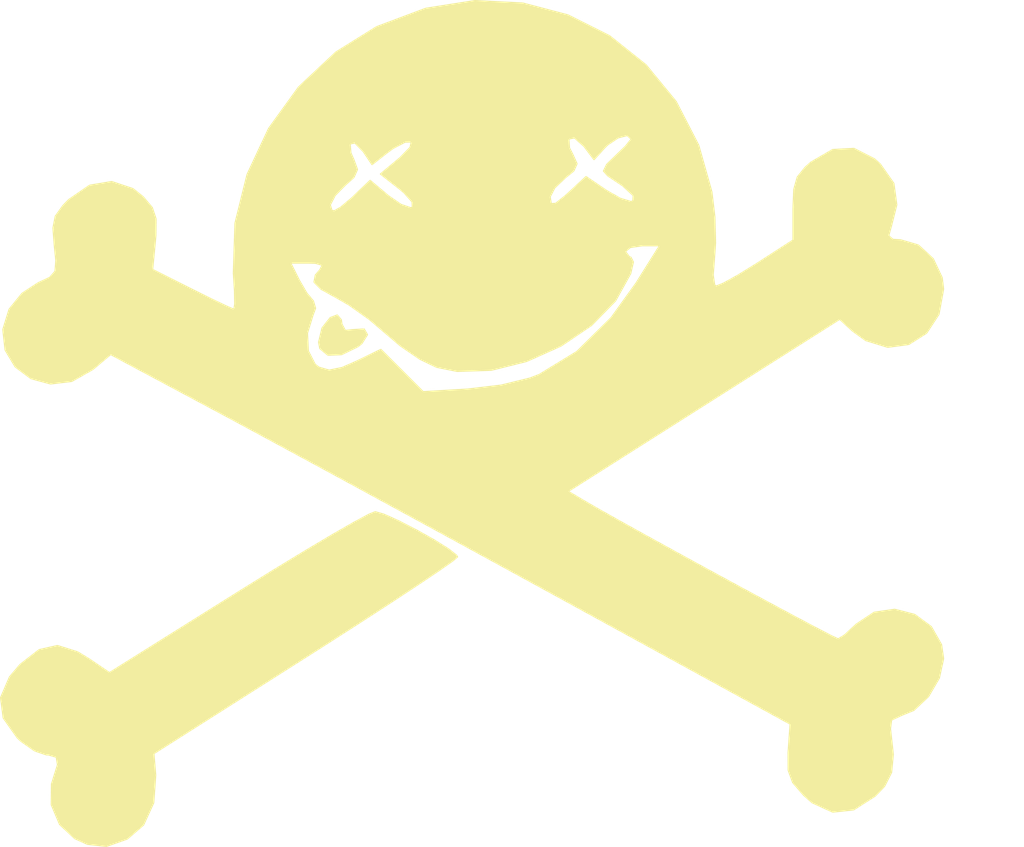
<source format=kicad_pcb>

(kicad_pcb (version 4) (host pcbnew 4.0.7)

	(general
		(links 0)
		(no_connects 0)
		(area 77.052499 41.877835 92.193313 53.630501)
		(thickness 1.6)
		(drawings 8)
		(tracks 0)
		(zones 0)
		(modules 1)
		(nets 1)
	)

	(page A4)
	(layers
		(0 F.Cu signal)
		(31 B.Cu signal)
		(32 B.Adhes user)
		(33 F.Adhes user)
		(34 B.Paste user)
		(35 F.Paste user)
		(36 B.SilkS user)
		(37 F.SilkS user)
		(38 B.Mask user)
		(39 F.Mask user)
		(40 Dwgs.User user)
		(41 Cmts.User user)
		(42 Eco1.User user)
		(43 Eco2.User user)
		(44 Edge.Cuts user)
		(45 Margin user)
		(46 B.CrtYd user)
		(47 F.CrtYd user)
		(48 B.Fab user)
		(49 F.Fab user)
	)

	(setup
		(last_trace_width 0.25)
		(trace_clearance 0.2)
		(zone_clearance 0.508)
		(zone_45_only no)
		(trace_min 0.2)
		(segment_width 0.2)
		(edge_width 0.15)
		(via_size 0.6)
		(via_drill 0.4)
		(via_min_size 0.4)
		(via_min_drill 0.3)
		(uvia_size 0.3)
		(uvia_drill 0.1)
		(uvias_allowed no)
		(uvia_min_size 0.2)
		(uvia_min_drill 0.1)
		(pcb_text_width 0.3)
		(pcb_text_size 1.5 1.5)
		(mod_edge_width 0.15)
		(mod_text_size 1 1)
		(mod_text_width 0.15)
		(pad_size 1.524 1.524)
		(pad_drill 0.762)
		(pad_to_mask_clearance 0.2)
		(aux_axis_origin 0 0)
		(visible_elements FFFFFF7F)
		(pcbplotparams
			(layerselection 0x010f0_80000001)
			(usegerberextensions false)
			(excludeedgelayer true)
			(linewidth 0.100000)
			(plotframeref false)
			(viasonmask false)
			(mode 1)
			(useauxorigin false)
			(hpglpennumber 1)
			(hpglpenspeed 20)
			(hpglpendiameter 15)
			(hpglpenoverlay 2)
			(psnegative false)
			(psa4output false)
			(plotreference true)
			(plotvalue true)
			(plotinvisibletext false)
			(padsonsilk false)
			(subtractmaskfromsilk false)
			(outputformat 1)
			(mirror false)
			(drillshape 1)
			(scaleselection 1)
			(outputdirectory gerbers/))
	)

	(net 0 "")

	(net_class Default "This is the default net class."
		(clearance 0.2)
		(trace_width 0.25)
		(via_dia 0.6)
		(via_drill 0.4)
		(uvia_dia 0.3)
		(uvia_drill 0.1)
	)
(module LOGO (layer F.Cu)
  (at 0 0)
 (fp_text reference "G***" (at 0 0) (layer F.SilkS) hide
  (effects (font (thickness 0.3)))
  )
  (fp_text value "LOGO" (at 0.75 0) (layer F.SilkS) hide
  (effects (font (thickness 0.3)))
  )
)
(module LOGO (layer F.Cu)
  (at 0 0)
 (fp_text reference "G***" (at 0 0) (layer F.SilkS) hide
  (effects (font (thickness 0.3)))
  )
  (fp_text value "LOGO" (at 0.75 0) (layer F.SilkS) hide
  (effects (font (thickness 0.3)))
  )
  (fp_poly (pts (xy -0.663804 0.442311) (xy -0.555399 0.491153) (xy -0.426119 0.557721) (xy -0.298068 0.629875) (xy -0.193350 0.695478) (xy -0.134069 0.742390) (xy -0.128032 0.753488) (xy -0.162693 0.782648)
     (xy -0.260393 0.851181) (xy -0.412503 0.953383) (xy -0.610393 1.083551) (xy -0.845433 1.235981) (xy -1.108992 1.404971) (xy -1.239282 1.487873) (xy -2.349500 2.192579) (xy -2.336320 2.351252)
     (xy -2.350749 2.552421) (xy -2.424832 2.714498) (xy -2.543861 2.817163) (xy -2.695912 2.870991) (xy -2.835549 2.855849) (xy -2.927093 2.814472) (xy -3.038067 2.711254) (xy -3.099159 2.567103)
     (xy -3.097626 2.415686) (xy -3.088684 2.387493) (xy -3.053519 2.274571) (xy -3.062984 2.218500) (xy -3.121570 2.201588) (xy -3.135923 2.201333) (xy -3.220741 2.172648) (xy -3.322161 2.101377)
     (xy -3.347590 2.077590) (xy -3.450984 1.931499) (xy -3.470045 1.783364) (xy -3.404718 1.631758) (xy -3.327400 1.540933) (xy -3.188390 1.432741) (xy -3.054507 1.402574) (xy -2.907321 1.448898)
     (xy -2.824707 1.499092) (xy -2.674266 1.601184) (xy -1.734212 1.012259) (xy -1.479233 0.854020) (xy -1.245564 0.711858) (xy -1.043402 0.591748) (xy -0.882947 0.499667) (xy -0.774397 0.441592)
     (xy -0.729231 0.423333) (xy -0.663804 0.442311) )(layer F.SilkS) (width  0.010000)
  )
  (fp_poly (pts (xy 0.349893 -3.298916) (xy 0.681381 -3.211680) (xy 0.985062 -3.059468) (xy 1.251749 -2.846808) (xy 1.472253 -2.578230) (xy 1.637385 -2.258261) (xy 1.733570 -1.916563) (xy 1.755364 -1.732994)
     (xy 1.760201 -1.543527) (xy 1.753008 -1.440623) (xy 1.742966 -1.308521) (xy 1.753894 -1.236468) (xy 1.765983 -1.227667) (xy 1.819527 -1.249261) (xy 1.922271 -1.306178) (xy 2.053074 -1.386620)
     (xy 2.067770 -1.396077) (xy 2.328333 -1.564487) (xy 2.328333 -1.794480) (xy 2.334038 -1.935771) (xy 2.359651 -2.025933) (xy 2.417919 -2.098202) (xy 2.458581 -2.134070) (xy 2.617831 -2.226791)
     (xy 2.773405 -2.235165) (xy 2.923054 -2.159255) (xy 2.966590 -2.119923) (xy 3.065331 -1.979078) (xy 3.086492 -1.822929) (xy 3.049048 -1.674923) (xy 3.027671 -1.596833) (xy 3.058866 -1.569263)
     (xy 3.114472 -1.566334) (xy 3.245155 -1.527876) (xy 3.353305 -1.427946) (xy 3.418649 -1.289706) (xy 3.429000 -1.206935) (xy 3.395237 -1.022205) (xy 3.304958 -0.884571) (xy 3.174677 -0.801646)
     (xy 3.020906 -0.781039) (xy 2.860159 -0.830364) (xy 2.763407 -0.900158) (xy 2.669315 -0.986251) (xy 2.149574 -0.656691) (xy 1.907493 -0.503190) (xy 1.637288 -0.331854) (xy 1.372661 -0.164053)
     (xy 1.155966 -0.026644) (xy 0.682098 0.273843) (xy 0.796132 0.341657) (xy 0.903888 0.403915) (xy 1.060515 0.492006) (xy 1.253820 0.599304) (xy 1.471612 0.719181) (xy 1.701696 0.845009)
     (xy 1.931881 0.970160) (xy 2.149974 1.088008) (xy 2.343781 1.191924) (xy 2.501111 1.275280) (xy 2.609769 1.331451) (xy 2.657565 1.353806) (xy 2.658422 1.353935) (xy 2.704930 1.325610)
     (xy 2.778891 1.257436) (xy 2.787860 1.248102) (xy 2.921749 1.159092) (xy 3.071922 1.137375) (xy 3.217778 1.174931) (xy 3.338716 1.263742) (xy 3.414133 1.395787) (xy 3.429000 1.497661)
     (xy 3.398028 1.639582) (xy 3.318821 1.774793) (xy 3.211942 1.875609) (xy 3.120638 1.912849) (xy 3.048555 1.947121) (xy 3.040258 2.010854) (xy 3.060967 2.198235) (xy 3.048543 2.330172)
     (xy 2.997415 2.431275) (xy 2.928799 2.503030) (xy 2.771157 2.603888) (xy 2.618071 2.620237) (xy 2.468795 2.552069) (xy 2.406272 2.497451) (xy 2.326207 2.404443) (xy 2.293011 2.314457)
     (xy 2.292234 2.186103) (xy 2.293112 2.173333) (xy 2.307167 1.976429) (xy 0.613833 1.048285) (xy 0.229728 0.837994) (xy -0.162029 0.623963) (xy -0.548706 0.413116) (xy -0.917576 0.212376)
     (xy -1.255911 0.028668) (xy -1.550980 -0.131084) (xy -1.790054 -0.259957) (xy -1.872491 -0.304165) (xy -2.665482 -0.728471) (xy -2.796489 -0.618235) (xy -2.950181 -0.531378) (xy -3.105683 -0.512723)
     (xy -3.248392 -0.551750) (xy -3.363706 -0.637938) (xy -3.437021 -0.760767) (xy -3.453734 -0.909715) (xy -3.407707 -1.058579) (xy -3.313211 -1.174740) (xy -3.195320 -1.251916) (xy -3.110772 -1.291695)
     (xy -3.071711 -1.336645) (xy -3.065787 -1.414837) (xy -3.076748 -1.521387) (xy -3.086829 -1.653303) (xy -3.069751 -1.739416) (xy -3.013977 -1.817133) (xy -2.972207 -1.860306) (xy -2.819008 -1.965547)
     (xy -2.657517 -1.992562) (xy -2.502374 -1.940802) (xy -2.427160 -1.880675) (xy -2.361227 -1.802234) (xy -2.333799 -1.720171) (xy -2.335031 -1.598976) (xy -2.338441 -1.560698) (xy -2.358714 -1.349712)
     (xy -2.069414 -1.204023) (xy -1.929582 -1.134665) (xy -1.821862 -1.083225) (xy -1.765964 -1.059067) (xy -1.762765 -1.058333) (xy -1.756884 -1.096729) (xy -1.758660 -1.196922) (xy -1.766705 -1.323549)
     (xy -1.764335 -1.397000) (xy -1.348178 -1.397000) (xy -1.285241 -1.270842) (xy -1.230576 -1.176683) (xy -1.184305 -1.121278) (xy -1.182538 -1.120106) (xy -1.166518 -1.065941) (xy -1.185219 -1.016214)
     (xy -1.225936 -0.884148) (xy -1.219506 -0.753526) (xy -1.169555 -0.655542) (xy -1.140756 -0.633799) (xy -1.065942 -0.612534) (xy -0.971966 -0.631780) (xy -0.870987 -0.675807) (xy -0.688128 -0.764328)
     (xy -0.378720 -0.454920) (xy -0.051777 -0.474281) (xy 0.191932 -0.502818) (xy 0.401620 -0.554177) (xy 0.470848 -0.580718) (xy 0.746531 -0.749115) (xy 0.998680 -0.998117) (xy 1.180018 -1.250342)
     (xy 1.351601 -1.524000) (xy 1.226134 -1.524000) (xy 1.137628 -1.511600) (xy 1.100667 -1.481774) (xy 1.100667 -1.481667) (xy 1.131268 -1.440547) (xy 1.140798 -1.439333) (xy 1.159092 -1.404770)
     (xy 1.139448 -1.320342) (xy 1.028405 -1.120298) (xy 0.852194 -0.940467) (xy 0.629576 -0.789913) (xy 0.379315 -0.677699) (xy 0.120171 -0.612890) (xy -0.129095 -0.604549) (xy -0.279922 -0.634645)
     (xy -0.402550 -0.693837) (xy -0.544303 -0.790875) (xy -0.635000 -0.868309) (xy -0.772958 -0.985508) (xy -0.922031 -1.091234) (xy -1.005417 -1.139484) (xy -1.126087 -1.206258) (xy -1.176795 -1.257785)
     (xy -1.166753 -1.308816) (xy -1.134534 -1.346200) (xy -1.116721 -1.381517) (xy -1.166875 -1.395698) (xy -1.215956 -1.397000) (xy -1.348178 -1.397000) (xy -1.764335 -1.397000) (xy -1.754946 -1.687962)
     (xy -1.721638 -1.822293) (xy -1.059078 -1.822293) (xy -1.046573 -1.781428) (xy -1.028900 -1.778000) (xy -0.982032 -1.804659) (xy -0.903199 -1.870638) (xy -0.883043 -1.889540) (xy -0.766620 -2.001081)
     (xy -0.633726 -1.889257) (xy -0.541022 -1.825348) (xy -0.470525 -1.801262) (xy -0.457077 -1.804476) (xy -0.458762 -1.844166) (xy -0.490560 -1.880303) (xy 0.550333 -1.880303) (xy 0.558165 -1.830967)
     (xy 0.591133 -1.832959) (xy 0.663443 -1.890462) (xy 0.700835 -1.924624) (xy 0.813367 -2.028914) (xy 0.964088 -1.926496) (xy 1.065420 -1.869096) (xy 1.140783 -1.846664) (xy 1.156485 -1.849834)
     (xy 1.159086 -1.890912) (xy 1.082648 -1.961969) (xy 0.973667 -2.034778) (xy 0.941505 -2.069892) (xy 0.964645 -2.117902) (xy 1.026583 -2.178016) (xy 1.102672 -2.251616) (xy 1.141657 -2.300423)
     (xy 1.143000 -2.305136) (xy 1.114528 -2.330983) (xy 1.047900 -2.313556) (xy 0.971300 -2.262188) (xy 0.950405 -2.241353) (xy 0.871689 -2.154372) (xy 0.798573 -2.251303) (xy 0.729011 -2.313474)
     (xy 0.686931 -2.305041) (xy 0.691387 -2.239649) (xy 0.715698 -2.191956) (xy 0.746635 -2.123569) (xy 0.723136 -2.071268) (xy 0.661179 -2.021017) (xy 0.583909 -1.947657) (xy 0.550375 -1.881984)
     (xy 0.550333 -1.880303) (xy -0.490560 -1.880303) (xy -0.518464 -1.912013) (xy -0.551762 -1.939862) (xy -0.690202 -2.048208) (xy -0.547784 -2.167104) (xy -0.473400 -2.243409) (xy -0.465205 -2.283235)
     (xy -0.511065 -2.282263) (xy -0.598847 -2.236172) (xy -0.645726 -2.201983) (xy -0.752536 -2.117966) (xy -0.816141 -2.212567) (xy -0.877886 -2.276228) (xy -0.913592 -2.268529) (xy -0.907839 -2.202105)
     (xy -0.886715 -2.154731) (xy -0.859915 -2.081572) (xy -0.885655 -2.023848) (xy -0.946785 -1.969598) (xy -1.022723 -1.892231) (xy -1.059078 -1.822293) (xy -1.721638 -1.822293) (xy -1.666403 -2.045050)
     (xy -1.508753 -2.381602) (xy -1.289675 -2.684407) (xy -1.016845 -2.940252) (xy -0.719526 -3.125490) (xy -0.359749 -3.260349) (xy -0.000214 -3.316649) (xy 0.349893 -3.298916) )(layer F.SilkS) (width  0.010000)
  )
  (fp_poly (pts (xy -0.977826 -0.981410) (xy -0.973667 -0.949647) (xy -0.948491 -0.903088) (xy -0.892563 -0.909036) (xy -0.810539 -0.913683) (xy -0.786722 -0.872866) (xy -0.827648 -0.808194) (xy -0.855378 -0.786063)
     (xy -0.975512 -0.727079) (xy -1.074727 -0.722889) (xy -1.134124 -0.771457) (xy -1.143000 -0.817033) (xy -1.117981 -0.921157) (xy -1.058038 -0.997247) (xy -1.007533 -1.016000) (xy -0.977826 -0.981410) )(layer F.SilkS) (width  0.010000)
  )
)

)

</source>
